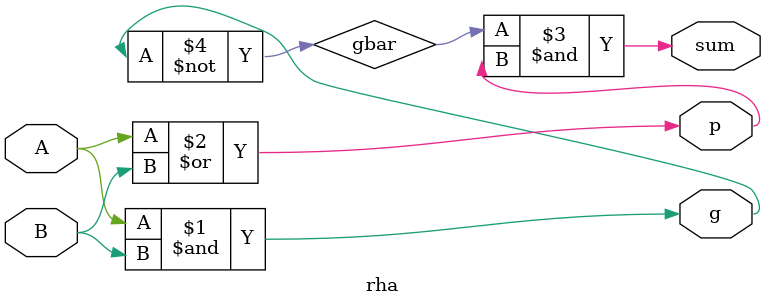
<source format=v>
module rha(g, p, sum, A, B);
    
    input A, B;
     
    output g, p, sum;

    and a1 (g, A, B);
    not i1 (gbar, g);
    or o1 (p, A, B);
    and a2 (sum, gbar, p);

endmodule
</source>
